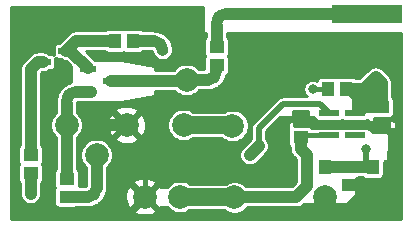
<source format=gbr>
G04 #@! TF.GenerationSoftware,KiCad,Pcbnew,5.1.5+dfsg1-2build2*
G04 #@! TF.CreationDate,2022-03-31T22:10:03+01:00*
G04 #@! TF.ProjectId,throwie,7468726f-7769-4652-9e6b-696361645f70,rev?*
G04 #@! TF.SameCoordinates,Original*
G04 #@! TF.FileFunction,Copper,L2,Bot*
G04 #@! TF.FilePolarity,Positive*
%FSLAX46Y46*%
G04 Gerber Fmt 4.6, Leading zero omitted, Abs format (unit mm)*
G04 Created by KiCad (PCBNEW 5.1.5+dfsg1-2build2) date 2022-03-31 22:10:03*
%MOMM*%
%LPD*%
G04 APERTURE LIST*
%ADD10C,1.000000*%
%ADD11R,1.800000X0.550000*%
%ADD12C,2.000000*%
%ADD13R,6.000000X1.500000*%
%ADD14R,1.100000X1.300000*%
%ADD15R,1.300000X1.100000*%
%ADD16R,1.400000X0.600000*%
%ADD17C,0.800000*%
%ADD18C,0.400000*%
%ADD19C,0.250000*%
%ADD20C,0.500000*%
%ADD21C,1.500000*%
%ADD22C,0.254000*%
G04 APERTURE END LIST*
D10*
X38354000Y-148336000D02*
X38354000Y-146558000D01*
X31242000Y-147828000D02*
X33020000Y-147828000D01*
X33020000Y-147828000D02*
G75*
G02X33782000Y-148590000I0J-762000D01*
G01*
X39116000Y-145542000D02*
X48514000Y-145542000D01*
X38354000Y-146304000D02*
G75*
G02X39116000Y-145542000I762000J0D01*
G01*
X35814000Y-151130000D02*
X37592000Y-151130000D01*
X38354000Y-150368000D02*
G75*
G02X37592000Y-151130000I-762000J0D01*
G01*
X26416000Y-152146000D02*
X27686000Y-152146000D01*
X25654000Y-153162000D02*
X25654000Y-154940000D01*
X25654000Y-152908000D02*
G75*
G02X26416000Y-152146000I762000J0D01*
G01*
X25654000Y-161036000D02*
X27432000Y-161036000D01*
X28194000Y-160274000D02*
X28194000Y-157480000D01*
X28194000Y-160274000D02*
G75*
G02X27432000Y-161036000I-762000J0D01*
G01*
D11*
X47877120Y-155834160D03*
X47877120Y-154884160D03*
X47877120Y-153934160D03*
X50077120Y-153934160D03*
X50077120Y-155834160D03*
D12*
X47513240Y-161020760D03*
D13*
X51054000Y-145542000D03*
D12*
X25654000Y-154940000D03*
X28194000Y-157480000D03*
X30734000Y-154940000D03*
D14*
X47776000Y-151892000D03*
X49276000Y-151892000D03*
D15*
X25654000Y-161012000D03*
X25654000Y-159512000D03*
D14*
X53062000Y-158496000D03*
X51562000Y-158496000D03*
X47498000Y-158496000D03*
X45998000Y-158496000D03*
D15*
X22606000Y-159004000D03*
X22606000Y-157504000D03*
D16*
X25642000Y-148656000D03*
X23622000Y-147706000D03*
X23622000Y-149606000D03*
X29452000Y-151196000D03*
X27432000Y-152146000D03*
X27432000Y-150246000D03*
D12*
X35814000Y-151130000D03*
X39703087Y-155019087D03*
X35560000Y-154940000D03*
X39861823Y-161083640D03*
X32258000Y-161036000D03*
X35258000Y-161036000D03*
D15*
X49530000Y-159996000D03*
X49530000Y-158496000D03*
D14*
X29742000Y-147828000D03*
X31242000Y-147828000D03*
D15*
X38354000Y-148360000D03*
X38354000Y-149860000D03*
X52324000Y-154940000D03*
X52324000Y-153440000D03*
X45466000Y-154456000D03*
X45466000Y-155956000D03*
D17*
X23622000Y-146558000D03*
X24638000Y-146558000D03*
X25654000Y-146558000D03*
X26670000Y-146558000D03*
X28194000Y-154940000D03*
X22606000Y-146558000D03*
X53340000Y-156996058D03*
X36576000Y-153162000D03*
X38608000Y-153162000D03*
X37592000Y-153162000D03*
X37592000Y-156718000D03*
X38608000Y-156718000D03*
X35814000Y-147574000D03*
X35814000Y-148590000D03*
X24384000Y-151384000D03*
X24384000Y-152400000D03*
X21844000Y-162560000D03*
X53340000Y-155956000D03*
X22860000Y-162560000D03*
X23876000Y-162560000D03*
X41148000Y-147574000D03*
X42164000Y-147574000D03*
X43180000Y-147574000D03*
X44196000Y-147574000D03*
X45212000Y-147574000D03*
X46228000Y-147574000D03*
X47244000Y-147574000D03*
X48260000Y-147574000D03*
X49276000Y-147574000D03*
X50292000Y-147574000D03*
X51308000Y-147574000D03*
X52324000Y-147574000D03*
X53340000Y-147574000D03*
X36576000Y-162560000D03*
X37592000Y-162560000D03*
X38608000Y-162560000D03*
X41910000Y-156718000D03*
X41148000Y-157480000D03*
X51816000Y-150876000D03*
X51816000Y-152400000D03*
X51308000Y-151638000D03*
X33782000Y-148590000D03*
X51049396Y-156977862D03*
X22606000Y-160782000D03*
X46482000Y-151892000D03*
D18*
X38354000Y-148360000D02*
X38354000Y-147410000D01*
X38354000Y-147410000D02*
X38354000Y-145542000D01*
X38354000Y-145542000D02*
X51054000Y-145542000D01*
D10*
X30734000Y-154940000D02*
X28194000Y-154940000D01*
D18*
X30734000Y-154940000D02*
X32258000Y-156464000D01*
X32258000Y-158750000D02*
X32258000Y-161036000D01*
X32258000Y-156464000D02*
X32258000Y-158750000D01*
X40132000Y-158750000D02*
X32258000Y-158750000D01*
D10*
X22606000Y-146558000D02*
X26670000Y-146558000D01*
X23622000Y-147706000D02*
X23622000Y-146558000D01*
D19*
X40132000Y-158242000D02*
X38608000Y-156718000D01*
X40132000Y-158750000D02*
X40132000Y-158242000D01*
X38608000Y-156718000D02*
X37592000Y-156718000D01*
X36576000Y-156718000D02*
X37592000Y-156718000D01*
X38608000Y-153162000D02*
X37846000Y-153162000D01*
X37846000Y-153162000D02*
X37592000Y-153162000D01*
X36576000Y-153162000D02*
X37592000Y-153162000D01*
X36176001Y-153561999D02*
X31858001Y-153561999D01*
X36576000Y-153162000D02*
X36176001Y-153561999D01*
X31858001Y-153561999D02*
X31858001Y-153815999D01*
X31858001Y-153815999D02*
X30988000Y-154686000D01*
X30988000Y-154686000D02*
X30734000Y-154940000D01*
X34798000Y-146558000D02*
X35814000Y-147574000D01*
X26670000Y-146558000D02*
X34798000Y-146558000D01*
X35814000Y-148590000D02*
X35814000Y-147574000D01*
D18*
X24021999Y-152762001D02*
X24384000Y-152400000D01*
X24021999Y-161398001D02*
X24021999Y-152762001D01*
X23622000Y-161798000D02*
X24021999Y-161398001D01*
D10*
X53062000Y-158496000D02*
X53062000Y-159536000D01*
X53062000Y-159536000D02*
X52578000Y-160020000D01*
D20*
X53086000Y-158032826D02*
X53086000Y-158496000D01*
X48260000Y-154874000D02*
X52258000Y-154874000D01*
X52258000Y-154874000D02*
X52324000Y-154940000D01*
X53062000Y-157274058D02*
X53340000Y-156996058D01*
X53062000Y-158496000D02*
X53062000Y-157274058D01*
X53340000Y-155956000D02*
X53340000Y-156996058D01*
X52324000Y-154940000D02*
X53340000Y-155956000D01*
X23622000Y-162052000D02*
X23876000Y-162306000D01*
X23622000Y-161798000D02*
X23622000Y-162052000D01*
X21844000Y-162306000D02*
X22860000Y-162306000D01*
X22860000Y-162306000D02*
X23876000Y-162306000D01*
X23876000Y-162306000D02*
X30988000Y-162306000D01*
D19*
X38608000Y-162560000D02*
X37592000Y-162560000D01*
X37592000Y-162560000D02*
X36576000Y-162560000D01*
X31496000Y-162560000D02*
X31242000Y-162306000D01*
X36576000Y-162560000D02*
X31496000Y-162560000D01*
D20*
X31242000Y-162306000D02*
X32258000Y-161036000D01*
X30988000Y-162306000D02*
X31242000Y-162306000D01*
D18*
X44416000Y-154456000D02*
X45466000Y-154456000D01*
X43688000Y-156972000D02*
X43688000Y-155184000D01*
X43688000Y-155184000D02*
X44416000Y-154456000D01*
X41910000Y-158750000D02*
X43688000Y-156972000D01*
X40132000Y-158750000D02*
X41910000Y-158750000D01*
X46760000Y-154874000D02*
X46318000Y-154432000D01*
X48060000Y-154874000D02*
X46760000Y-154874000D01*
X45490000Y-154432000D02*
X45466000Y-154456000D01*
X46318000Y-154432000D02*
X45490000Y-154432000D01*
D19*
X50801400Y-159996000D02*
X50845720Y-160040320D01*
X49530000Y-159996000D02*
X50801400Y-159996000D01*
D10*
X50845720Y-160040320D02*
X49530000Y-160020000D01*
X52578000Y-160020000D02*
X50845720Y-160040320D01*
D19*
X50845720Y-160040320D02*
X50845720Y-162199320D01*
X50845720Y-162199320D02*
X50678080Y-162366960D01*
X49016920Y-162366960D02*
X47523400Y-160873440D01*
X50678080Y-162366960D02*
X49016920Y-162366960D01*
D18*
X40352000Y-161036000D02*
X39878000Y-161036000D01*
X40674000Y-161036000D02*
X39878000Y-161036000D01*
X39878000Y-161036000D02*
X39624000Y-161036000D01*
X48260000Y-153924000D02*
X47835000Y-153924000D01*
D21*
X35258000Y-161036000D02*
X39878000Y-161036000D01*
D10*
X45998000Y-160146000D02*
X45108000Y-161036000D01*
X45998000Y-158496000D02*
X45998000Y-160146000D01*
X45108000Y-161036000D02*
X39878000Y-161036000D01*
X41148000Y-157480000D02*
X41910000Y-156718000D01*
D18*
X45598000Y-155824000D02*
X45466000Y-155956000D01*
X48060000Y-155824000D02*
X45598000Y-155824000D01*
D10*
X45974000Y-157506000D02*
X45974000Y-158496000D01*
X45466000Y-156998000D02*
X45974000Y-157506000D01*
X45466000Y-155956000D02*
X45466000Y-156998000D01*
D20*
X43942000Y-153162000D02*
X41910000Y-155194000D01*
X47073000Y-153162000D02*
X43942000Y-153162000D01*
X47835000Y-153924000D02*
X47073000Y-153162000D01*
X41910000Y-156718000D02*
X41910000Y-155194000D01*
X50060000Y-153924000D02*
X50060000Y-152676000D01*
X50060000Y-152676000D02*
X49276000Y-151892000D01*
X51174000Y-153440000D02*
X50690000Y-153924000D01*
X52324000Y-153440000D02*
X51174000Y-153440000D01*
X50690000Y-153924000D02*
X50038000Y-153924000D01*
D10*
X50546000Y-152400000D02*
X50038000Y-151892000D01*
X50546000Y-153312000D02*
X50546000Y-152400000D01*
X50038000Y-151892000D02*
X49276000Y-151892000D01*
X50674000Y-153440000D02*
X50546000Y-153312000D01*
X50546000Y-153312000D02*
X50546000Y-153162000D01*
X52324000Y-153440000D02*
X50674000Y-153440000D01*
X50546000Y-153162000D02*
X50674000Y-153440000D01*
X52324000Y-153440000D02*
X50546000Y-153162000D01*
X49276000Y-151892000D02*
X51562000Y-151892000D01*
X51562000Y-151892000D02*
X51562000Y-152654000D01*
X51562000Y-152654000D02*
X52324000Y-153416000D01*
X49276000Y-151892000D02*
X52324000Y-151892000D01*
X52324000Y-151892000D02*
X52324000Y-153416000D01*
X52324000Y-153440000D02*
X52094000Y-153440000D01*
X51054000Y-152400000D02*
X50546000Y-152400000D01*
X52094000Y-153440000D02*
X51054000Y-152400000D01*
X52324000Y-151384000D02*
X52324000Y-151892000D01*
X51816000Y-150876000D02*
X52324000Y-151384000D01*
X50800000Y-151892000D02*
X51816000Y-150876000D01*
X49276000Y-151892000D02*
X50800000Y-151892000D01*
X29452000Y-151196000D02*
X35748000Y-151196000D01*
X35748000Y-151196000D02*
X35814000Y-151130000D01*
D18*
X35814000Y-150876000D02*
X35814000Y-151130000D01*
D19*
X35814000Y-151130000D02*
X37846000Y-151130000D01*
X37846000Y-151130000D02*
X38354000Y-150622000D01*
X38354000Y-150622000D02*
X38354000Y-149860000D01*
X38354000Y-149860000D02*
X38354000Y-150114000D01*
D10*
X25642000Y-148656000D02*
X25974000Y-148656000D01*
X25974000Y-148656000D02*
X27432000Y-150114000D01*
X29742000Y-147828000D02*
X26416000Y-147828000D01*
X26416000Y-147828000D02*
X25654000Y-148590000D01*
X35639087Y-155019087D02*
X35560000Y-154940000D01*
D19*
X25654000Y-161012000D02*
X27710000Y-161012000D01*
X27710000Y-161012000D02*
X28194000Y-160528000D01*
X28194000Y-160528000D02*
X28194000Y-157480000D01*
X33782000Y-148336000D02*
X33782000Y-148590000D01*
X33274000Y-147828000D02*
X33782000Y-148336000D01*
X31242000Y-147828000D02*
X33274000Y-147828000D01*
D21*
X35560000Y-154940000D02*
X39624000Y-154940000D01*
D18*
X51043534Y-156972000D02*
X51049396Y-156977862D01*
D10*
X47498000Y-158496000D02*
X49530000Y-158496000D01*
X49530000Y-158496000D02*
X51562000Y-158496000D01*
D20*
X51049396Y-158237396D02*
X51308000Y-158496000D01*
X51049396Y-156977862D02*
X51049396Y-158237396D01*
X51562000Y-158496000D02*
X51308000Y-158496000D01*
D10*
X25654000Y-159512000D02*
X25654000Y-154940000D01*
X25654000Y-154940000D02*
X25654000Y-154686000D01*
D19*
X27432000Y-152146000D02*
X26162000Y-152146000D01*
X26162000Y-152146000D02*
X25654000Y-152654000D01*
X25654000Y-152654000D02*
X25654000Y-154940000D01*
D10*
X23222000Y-149606000D02*
X22606000Y-150222000D01*
X23622000Y-149606000D02*
X23222000Y-149606000D01*
X22606000Y-150222000D02*
X22606000Y-157480000D01*
D18*
X22606000Y-159004000D02*
X22606000Y-159954000D01*
X22606000Y-159954000D02*
X22606000Y-160782000D01*
D10*
X22606000Y-160782000D02*
X22606000Y-159004000D01*
D18*
X47498000Y-151638000D02*
X47752000Y-151892000D01*
X47776000Y-151892000D02*
X46482000Y-151892000D01*
D22*
G36*
X37211000Y-147066000D02*
G01*
X37213440Y-147090776D01*
X37220667Y-147114601D01*
X37232403Y-147136557D01*
X37248197Y-147155803D01*
X37267443Y-147171597D01*
X37289399Y-147183333D01*
X37313224Y-147190560D01*
X37338000Y-147193000D01*
X37473000Y-147193000D01*
X37473000Y-147506699D01*
X37433289Y-147539289D01*
X37385678Y-147597304D01*
X37350299Y-147663492D01*
X37328513Y-147735311D01*
X37321157Y-147810000D01*
X37321157Y-148910000D01*
X37328513Y-148984689D01*
X37350299Y-149056508D01*
X37378892Y-149110000D01*
X37350299Y-149163492D01*
X37328513Y-149235311D01*
X37321157Y-149310000D01*
X37321157Y-150249000D01*
X36886029Y-150249000D01*
X36694336Y-150057307D01*
X36468149Y-149906174D01*
X36216823Y-149802071D01*
X35950017Y-149749000D01*
X35677983Y-149749000D01*
X35411177Y-149802071D01*
X35159851Y-149906174D01*
X34933664Y-150057307D01*
X34741307Y-150249664D01*
X34697651Y-150315000D01*
X33147000Y-150315000D01*
X33147000Y-150114000D01*
X33144134Y-150087172D01*
X33136515Y-150063470D01*
X33124418Y-150041710D01*
X33108309Y-150022728D01*
X33088806Y-150007254D01*
X33066659Y-149995882D01*
X33042718Y-149989049D01*
X30248718Y-149481049D01*
X30226000Y-149479000D01*
X28042922Y-149479000D01*
X27272921Y-148709000D01*
X28888699Y-148709000D01*
X28921289Y-148748711D01*
X28979304Y-148796322D01*
X29045492Y-148831701D01*
X29117311Y-148853487D01*
X29192000Y-148860843D01*
X30292000Y-148860843D01*
X30366689Y-148853487D01*
X30438508Y-148831701D01*
X30492000Y-148803108D01*
X30545492Y-148831701D01*
X30617311Y-148853487D01*
X30692000Y-148860843D01*
X31792000Y-148860843D01*
X31866689Y-148853487D01*
X31938508Y-148831701D01*
X32004696Y-148796322D01*
X32062711Y-148748711D01*
X32095301Y-148709000D01*
X32912423Y-148709000D01*
X32913138Y-148712482D01*
X32918396Y-148764205D01*
X32934698Y-148817511D01*
X32940381Y-148845198D01*
X32950596Y-148869498D01*
X32968679Y-148928630D01*
X33000011Y-148987054D01*
X33007011Y-149003705D01*
X33016433Y-149017674D01*
X33049942Y-149080156D01*
X33098186Y-149138880D01*
X33103158Y-149146251D01*
X33109043Y-149152095D01*
X33159089Y-149213012D01*
X33224403Y-149266652D01*
X33225163Y-149267407D01*
X33225996Y-149267960D01*
X33291963Y-149322137D01*
X33443502Y-149403375D01*
X33607933Y-149453633D01*
X33778996Y-149470995D01*
X33950173Y-149454800D01*
X34114943Y-149405665D01*
X34267033Y-149325461D01*
X34338322Y-149267723D01*
X34338799Y-149267406D01*
X34339178Y-149267030D01*
X34400647Y-149217245D01*
X34454926Y-149152087D01*
X34460803Y-149146251D01*
X34465123Y-149139847D01*
X34510698Y-149085137D01*
X34547236Y-149018108D01*
X34556951Y-149003705D01*
X34563231Y-148988765D01*
X34592992Y-148934169D01*
X34612921Y-148870557D01*
X34623581Y-148845199D01*
X34628740Y-148820065D01*
X34644397Y-148770091D01*
X34650455Y-148714279D01*
X34658155Y-148676770D01*
X34658404Y-148641050D01*
X34662952Y-148599155D01*
X34662994Y-148586854D01*
X34662975Y-148581534D01*
X34659087Y-148543286D01*
X34659355Y-148504833D01*
X34658155Y-148492591D01*
X34642610Y-148344690D01*
X34626559Y-148266499D01*
X34611593Y-148188041D01*
X34608038Y-148176265D01*
X34564062Y-148034198D01*
X34533110Y-147960567D01*
X34503205Y-147886549D01*
X34497430Y-147875688D01*
X34426697Y-147744870D01*
X34382042Y-147678667D01*
X34338322Y-147611856D01*
X34330548Y-147602323D01*
X34235752Y-147487734D01*
X34179088Y-147431465D01*
X34123226Y-147374421D01*
X34113748Y-147366580D01*
X33998501Y-147272587D01*
X33932006Y-147228409D01*
X33866111Y-147183289D01*
X33855290Y-147177438D01*
X33723982Y-147107620D01*
X33650172Y-147077198D01*
X33576765Y-147045736D01*
X33565014Y-147042098D01*
X33422645Y-146999114D01*
X33344294Y-146983600D01*
X33266210Y-146967003D01*
X33253981Y-146965717D01*
X33253977Y-146965717D01*
X33105969Y-146951205D01*
X33105967Y-146951205D01*
X33063273Y-146947000D01*
X32095301Y-146947000D01*
X32062711Y-146907289D01*
X32004696Y-146859678D01*
X31938508Y-146824299D01*
X31866689Y-146802513D01*
X31792000Y-146795157D01*
X30692000Y-146795157D01*
X30617311Y-146802513D01*
X30545492Y-146824299D01*
X30492000Y-146852892D01*
X30438508Y-146824299D01*
X30366689Y-146802513D01*
X30292000Y-146795157D01*
X29192000Y-146795157D01*
X29117311Y-146802513D01*
X29045492Y-146824299D01*
X28979304Y-146859678D01*
X28921289Y-146907289D01*
X28888699Y-146947000D01*
X26459270Y-146947000D01*
X26416000Y-146942738D01*
X26372730Y-146947000D01*
X26372727Y-146947000D01*
X26243294Y-146959748D01*
X26106815Y-147001149D01*
X26077225Y-147010125D01*
X25924174Y-147091932D01*
X25856022Y-147147863D01*
X25790025Y-147202025D01*
X25762438Y-147235640D01*
X25024922Y-147973157D01*
X24942000Y-147973157D01*
X24867311Y-147980513D01*
X24795492Y-148002299D01*
X24729304Y-148037678D01*
X24671289Y-148085289D01*
X24623678Y-148143304D01*
X24588299Y-148209492D01*
X24566513Y-148281311D01*
X24559157Y-148356000D01*
X24559157Y-148956000D01*
X24564702Y-149012303D01*
X24534696Y-148987678D01*
X24468508Y-148952299D01*
X24396689Y-148930513D01*
X24322000Y-148923157D01*
X24178680Y-148923157D01*
X24113825Y-148869932D01*
X23960775Y-148788125D01*
X23794706Y-148737748D01*
X23665273Y-148725000D01*
X23265270Y-148725000D01*
X23222000Y-148720738D01*
X23178730Y-148725000D01*
X23178727Y-148725000D01*
X23049294Y-148737748D01*
X22894928Y-148784575D01*
X22883225Y-148788125D01*
X22730175Y-148869932D01*
X22629637Y-148952440D01*
X22629634Y-148952443D01*
X22596025Y-148980025D01*
X22568443Y-149013635D01*
X22013644Y-149568435D01*
X21980025Y-149596025D01*
X21907021Y-149684983D01*
X21869932Y-149730175D01*
X21845853Y-149775224D01*
X21788125Y-149883226D01*
X21737748Y-150049295D01*
X21727379Y-150154572D01*
X21720738Y-150222000D01*
X21725000Y-150265270D01*
X21725001Y-156650699D01*
X21685289Y-156683289D01*
X21637678Y-156741304D01*
X21602299Y-156807492D01*
X21580513Y-156879311D01*
X21573157Y-156954000D01*
X21573157Y-158054000D01*
X21580513Y-158128689D01*
X21602299Y-158200508D01*
X21630892Y-158254000D01*
X21602299Y-158307492D01*
X21580513Y-158379311D01*
X21573157Y-158454000D01*
X21573157Y-159554000D01*
X21580513Y-159628689D01*
X21602299Y-159700508D01*
X21637678Y-159766696D01*
X21685289Y-159824711D01*
X21725001Y-159857301D01*
X21725000Y-160825272D01*
X21737748Y-160954705D01*
X21788125Y-161120774D01*
X21869932Y-161273824D01*
X21980025Y-161407975D01*
X22114175Y-161518068D01*
X22267225Y-161599875D01*
X22433294Y-161650252D01*
X22606000Y-161667262D01*
X22778705Y-161650252D01*
X22944774Y-161599875D01*
X23097824Y-161518068D01*
X23231975Y-161407975D01*
X23342068Y-161273825D01*
X23423875Y-161120775D01*
X23474252Y-160954706D01*
X23487000Y-160825273D01*
X23487000Y-159857301D01*
X23526711Y-159824711D01*
X23574322Y-159766696D01*
X23609701Y-159700508D01*
X23631487Y-159628689D01*
X23638843Y-159554000D01*
X23638843Y-158454000D01*
X23631487Y-158379311D01*
X23609701Y-158307492D01*
X23581108Y-158254000D01*
X23609701Y-158200508D01*
X23631487Y-158128689D01*
X23638843Y-158054000D01*
X23638843Y-156954000D01*
X23631487Y-156879311D01*
X23609701Y-156807492D01*
X23574322Y-156741304D01*
X23526711Y-156683289D01*
X23487000Y-156650699D01*
X23487000Y-150586922D01*
X23586922Y-150487000D01*
X23665273Y-150487000D01*
X23794706Y-150474252D01*
X23960775Y-150423875D01*
X24113825Y-150342068D01*
X24178680Y-150288843D01*
X24322000Y-150288843D01*
X24396689Y-150281487D01*
X24468508Y-150259701D01*
X24534696Y-150224322D01*
X24592711Y-150176711D01*
X24640322Y-150118696D01*
X24675701Y-150052508D01*
X24697487Y-149980689D01*
X24704843Y-149906000D01*
X24704843Y-149306000D01*
X24699298Y-149249697D01*
X24729304Y-149274322D01*
X24795492Y-149309701D01*
X24867311Y-149331487D01*
X24942000Y-149338843D01*
X25085320Y-149338843D01*
X25150175Y-149392068D01*
X25303225Y-149473875D01*
X25469294Y-149524252D01*
X25598727Y-149537000D01*
X25609079Y-149537000D01*
X26035000Y-149962921D01*
X26035000Y-151312409D01*
X26014041Y-151316407D01*
X26002265Y-151319962D01*
X25860198Y-151363938D01*
X25786567Y-151394890D01*
X25712549Y-151424795D01*
X25701688Y-151430570D01*
X25570870Y-151501303D01*
X25504667Y-151545958D01*
X25437856Y-151589678D01*
X25428323Y-151597452D01*
X25313734Y-151692248D01*
X25257465Y-151748912D01*
X25200421Y-151804774D01*
X25192580Y-151814252D01*
X25098587Y-151929499D01*
X25054409Y-151995994D01*
X25009289Y-152061889D01*
X25003438Y-152072710D01*
X24933620Y-152204018D01*
X24903198Y-152277828D01*
X24871736Y-152351235D01*
X24868098Y-152362986D01*
X24825114Y-152505355D01*
X24809600Y-152583706D01*
X24793003Y-152661790D01*
X24791717Y-152674023D01*
X24777205Y-152822031D01*
X24777205Y-152993971D01*
X24782603Y-153021231D01*
X24773000Y-153118728D01*
X24773000Y-153867971D01*
X24581307Y-154059664D01*
X24430174Y-154285851D01*
X24326071Y-154537177D01*
X24273000Y-154803983D01*
X24273000Y-155076017D01*
X24326071Y-155342823D01*
X24430174Y-155594149D01*
X24581307Y-155820336D01*
X24773001Y-156012030D01*
X24773000Y-158658699D01*
X24733289Y-158691289D01*
X24685678Y-158749304D01*
X24650299Y-158815492D01*
X24628513Y-158887311D01*
X24621157Y-158962000D01*
X24621157Y-160062000D01*
X24628513Y-160136689D01*
X24650299Y-160208508D01*
X24678892Y-160262000D01*
X24650299Y-160315492D01*
X24628513Y-160387311D01*
X24621157Y-160462000D01*
X24621157Y-161562000D01*
X24628513Y-161636689D01*
X24650299Y-161708508D01*
X24685678Y-161774696D01*
X24733289Y-161832711D01*
X24791304Y-161880322D01*
X24857492Y-161915701D01*
X24929311Y-161937487D01*
X25004000Y-161944843D01*
X26304000Y-161944843D01*
X26378689Y-161937487D01*
X26446226Y-161917000D01*
X27475273Y-161917000D01*
X27512605Y-161913323D01*
X27517167Y-161913355D01*
X27529409Y-161912155D01*
X27603047Y-161904415D01*
X27604706Y-161904252D01*
X27604761Y-161904235D01*
X27677311Y-161896610D01*
X27755541Y-161880551D01*
X27833959Y-161865593D01*
X27845736Y-161862038D01*
X27987802Y-161818061D01*
X28061397Y-161787125D01*
X28135450Y-161757205D01*
X28146312Y-161751430D01*
X28277130Y-161680698D01*
X28343342Y-161636037D01*
X28410145Y-161592322D01*
X28419678Y-161584548D01*
X28534266Y-161489751D01*
X28590534Y-161433088D01*
X28647578Y-161377226D01*
X28655420Y-161367748D01*
X28749412Y-161252502D01*
X28793585Y-161186015D01*
X28838711Y-161120111D01*
X28844562Y-161109290D01*
X28850248Y-161098595D01*
X30616282Y-161098595D01*
X30660039Y-161417675D01*
X30765205Y-161722088D01*
X30858186Y-161896044D01*
X31122587Y-161991808D01*
X32078395Y-161036000D01*
X32437605Y-161036000D01*
X33393413Y-161991808D01*
X33657814Y-161896044D01*
X33666615Y-161877952D01*
X34171126Y-161895112D01*
X34185307Y-161916336D01*
X34377664Y-162108693D01*
X34603851Y-162259826D01*
X34855177Y-162363929D01*
X35121983Y-162417000D01*
X35394017Y-162417000D01*
X35660823Y-162363929D01*
X35912149Y-162259826D01*
X36051073Y-162167000D01*
X38997451Y-162167000D01*
X39207674Y-162307466D01*
X39459000Y-162411569D01*
X39725806Y-162464640D01*
X39997840Y-162464640D01*
X40264646Y-162411569D01*
X40515972Y-162307466D01*
X40742159Y-162156333D01*
X40934516Y-161963976D01*
X40965904Y-161917000D01*
X45064730Y-161917000D01*
X45108000Y-161921262D01*
X45151270Y-161917000D01*
X45151273Y-161917000D01*
X45280706Y-161904252D01*
X45446775Y-161853875D01*
X45599825Y-161772068D01*
X45722978Y-161671000D01*
X49276000Y-161671000D01*
X49300776Y-161668560D01*
X49324601Y-161661333D01*
X49346557Y-161649597D01*
X49365803Y-161633803D01*
X50127803Y-160871803D01*
X50143597Y-160852557D01*
X50155333Y-160830601D01*
X50162560Y-160806776D01*
X50165000Y-160782000D01*
X50165000Y-159428843D01*
X50180000Y-159428843D01*
X50254689Y-159421487D01*
X50326508Y-159399701D01*
X50368978Y-159377000D01*
X50708699Y-159377000D01*
X50741289Y-159416711D01*
X50799304Y-159464322D01*
X50865492Y-159499701D01*
X50937311Y-159521487D01*
X51012000Y-159528843D01*
X52112000Y-159528843D01*
X52186689Y-159521487D01*
X52258508Y-159499701D01*
X52324696Y-159464322D01*
X52382711Y-159416711D01*
X52430322Y-159358696D01*
X52465701Y-159292508D01*
X52487487Y-159220689D01*
X52494843Y-159146000D01*
X52494843Y-158115000D01*
X52832000Y-158115000D01*
X52856776Y-158112560D01*
X52880601Y-158105333D01*
X52902557Y-158093597D01*
X52921803Y-158077803D01*
X52937597Y-158058557D01*
X52949333Y-158036601D01*
X52956560Y-158012776D01*
X52959000Y-157988000D01*
X52959000Y-155702000D01*
X52956560Y-155677224D01*
X52949333Y-155653399D01*
X52937597Y-155631443D01*
X52921803Y-155612197D01*
X52902557Y-155596403D01*
X52880601Y-155584667D01*
X52856776Y-155577440D01*
X52832000Y-155575000D01*
X51614606Y-155575000D01*
X51397803Y-155358197D01*
X51378557Y-155342403D01*
X51356601Y-155330667D01*
X51332776Y-155323440D01*
X51308000Y-155321000D01*
X51274545Y-155321000D01*
X51247831Y-155288449D01*
X51189816Y-155240838D01*
X51123628Y-155205459D01*
X51051809Y-155183673D01*
X50977120Y-155176317D01*
X49177120Y-155176317D01*
X49102431Y-155183673D01*
X49030612Y-155205459D01*
X48977120Y-155234052D01*
X48923628Y-155205459D01*
X48851809Y-155183673D01*
X48777120Y-155176317D01*
X46977120Y-155176317D01*
X46902431Y-155183673D01*
X46830612Y-155205459D01*
X46764424Y-155240838D01*
X46761790Y-155243000D01*
X46460886Y-155243000D01*
X46434322Y-155193304D01*
X46386711Y-155135289D01*
X46328696Y-155087678D01*
X46262508Y-155052299D01*
X46190689Y-155030513D01*
X46116000Y-155023157D01*
X44874725Y-155023157D01*
X44871631Y-154760703D01*
X44868366Y-154733550D01*
X44860399Y-154709963D01*
X44847984Y-154688383D01*
X44845901Y-154686000D01*
X52959000Y-154686000D01*
X52959000Y-155138120D01*
X52960625Y-155158370D01*
X52966984Y-155182441D01*
X52977918Y-155204808D01*
X52993005Y-155224612D01*
X53011665Y-155241093D01*
X53033183Y-155253616D01*
X53056730Y-155261701D01*
X53081402Y-155265037D01*
X53431922Y-155277737D01*
X53461296Y-155275380D01*
X53485121Y-155268153D01*
X53507077Y-155256417D01*
X53526323Y-155240623D01*
X53542117Y-155221377D01*
X53553853Y-155199421D01*
X53561080Y-155175596D01*
X53563520Y-155150820D01*
X53563520Y-154698700D01*
X53561895Y-154678450D01*
X53555536Y-154654379D01*
X53544602Y-154632012D01*
X53529515Y-154612208D01*
X53510855Y-154595727D01*
X53489337Y-154583204D01*
X53465790Y-154575119D01*
X53441118Y-154571783D01*
X53090598Y-154559083D01*
X53061224Y-154561440D01*
X53037399Y-154568667D01*
X53015443Y-154580403D01*
X52996197Y-154596197D01*
X52980403Y-154615443D01*
X52968667Y-154637399D01*
X52961440Y-154661224D01*
X52959000Y-154686000D01*
X44845901Y-154686000D01*
X44831597Y-154669640D01*
X44811869Y-154654454D01*
X44789557Y-154643408D01*
X44765519Y-154636928D01*
X44735039Y-154631848D01*
X44703252Y-154630589D01*
X44555932Y-154643289D01*
X44542553Y-154645164D01*
X44518701Y-154652297D01*
X44496698Y-154663947D01*
X44477391Y-154679665D01*
X44461521Y-154698848D01*
X44449699Y-154720759D01*
X44442379Y-154744554D01*
X44439841Y-154769321D01*
X44437513Y-155361770D01*
X44433157Y-155406000D01*
X44433157Y-156506000D01*
X44440513Y-156580689D01*
X44462299Y-156652508D01*
X44497678Y-156718696D01*
X44545289Y-156776711D01*
X44585001Y-156809301D01*
X44585001Y-156954720D01*
X44580738Y-156998000D01*
X44592801Y-157120473D01*
X44597749Y-157170706D01*
X44608356Y-157205671D01*
X44648125Y-157336774D01*
X44729932Y-157489825D01*
X44790114Y-157563157D01*
X44840026Y-157623975D01*
X44873640Y-157651561D01*
X45065419Y-157843340D01*
X45065157Y-157846000D01*
X45065157Y-159146000D01*
X45072513Y-159220689D01*
X45094299Y-159292508D01*
X45117001Y-159334979D01*
X45117001Y-159781078D01*
X44743079Y-160155000D01*
X40886212Y-160155000D01*
X40742159Y-160010947D01*
X40515972Y-159859814D01*
X40264646Y-159755711D01*
X39997840Y-159702640D01*
X39725806Y-159702640D01*
X39459000Y-159755711D01*
X39207674Y-159859814D01*
X39140048Y-159905000D01*
X36051073Y-159905000D01*
X35912149Y-159812174D01*
X35660823Y-159708071D01*
X35394017Y-159655000D01*
X35121983Y-159655000D01*
X34855177Y-159708071D01*
X34603851Y-159812174D01*
X34377664Y-159963307D01*
X34185307Y-160155664D01*
X34165023Y-160186021D01*
X33659414Y-160178950D01*
X33657814Y-160175956D01*
X33393413Y-160080192D01*
X32437605Y-161036000D01*
X32078395Y-161036000D01*
X31122587Y-160080192D01*
X30858186Y-160175956D01*
X30717296Y-160465571D01*
X30635616Y-160777108D01*
X30616282Y-161098595D01*
X28850248Y-161098595D01*
X28914380Y-160977982D01*
X28944815Y-160904141D01*
X28976264Y-160830766D01*
X28979902Y-160819014D01*
X29022886Y-160676646D01*
X29038390Y-160598342D01*
X29054998Y-160520210D01*
X29056283Y-160507976D01*
X29070795Y-160359969D01*
X29070795Y-160359967D01*
X29075000Y-160317273D01*
X29075000Y-159900587D01*
X31302192Y-159900587D01*
X32258000Y-160856395D01*
X33213808Y-159900587D01*
X33118044Y-159636186D01*
X32828429Y-159495296D01*
X32516892Y-159413616D01*
X32195405Y-159394282D01*
X31876325Y-159438039D01*
X31571912Y-159543205D01*
X31397956Y-159636186D01*
X31302192Y-159900587D01*
X29075000Y-159900587D01*
X29075000Y-158552029D01*
X29266693Y-158360336D01*
X29417826Y-158134149D01*
X29521929Y-157882823D01*
X29575000Y-157616017D01*
X29575000Y-157480000D01*
X40262738Y-157480000D01*
X40279749Y-157652705D01*
X40330125Y-157818774D01*
X40411932Y-157971825D01*
X40522026Y-158105974D01*
X40656175Y-158216068D01*
X40809226Y-158297875D01*
X40975295Y-158348251D01*
X41148000Y-158365262D01*
X41320705Y-158348251D01*
X41486774Y-158297875D01*
X41639825Y-158216068D01*
X41740362Y-158133559D01*
X42563559Y-157310363D01*
X42646068Y-157209826D01*
X42727875Y-157056775D01*
X42778251Y-156890706D01*
X42795262Y-156718000D01*
X42778251Y-156545294D01*
X42727875Y-156379225D01*
X42646068Y-156226175D01*
X42541000Y-156098150D01*
X42541000Y-155455368D01*
X43731256Y-154265113D01*
X44727555Y-154279587D01*
X44754176Y-154277160D01*
X44778001Y-154269933D01*
X44799957Y-154258197D01*
X44819203Y-154242403D01*
X44834997Y-154223157D01*
X44846733Y-154201201D01*
X44853960Y-154177376D01*
X44856400Y-154152600D01*
X44856400Y-153945365D01*
X44858898Y-153793000D01*
X46111319Y-153793000D01*
X46109369Y-153798764D01*
X46106144Y-153823450D01*
X46095984Y-154143490D01*
X46098360Y-154172296D01*
X46105587Y-154196121D01*
X46117323Y-154218077D01*
X46133117Y-154237323D01*
X46152363Y-154253117D01*
X46174319Y-154264853D01*
X46198144Y-154272080D01*
X46222920Y-154274520D01*
X46600714Y-154274520D01*
X46601633Y-154283849D01*
X46623419Y-154355668D01*
X46658798Y-154421856D01*
X46706409Y-154479871D01*
X46764424Y-154527482D01*
X46830612Y-154562861D01*
X46902431Y-154584647D01*
X46977120Y-154592003D01*
X48777120Y-154592003D01*
X48851809Y-154584647D01*
X48923628Y-154562861D01*
X48977120Y-154534268D01*
X49030612Y-154562861D01*
X49102431Y-154584647D01*
X49177120Y-154592003D01*
X50977120Y-154592003D01*
X51051809Y-154584647D01*
X51123628Y-154562861D01*
X51141668Y-154553218D01*
X51142800Y-154568536D01*
X51150027Y-154592361D01*
X51161763Y-154614317D01*
X51177557Y-154633563D01*
X51196803Y-154649357D01*
X51218759Y-154661093D01*
X51242584Y-154668320D01*
X51267360Y-154670760D01*
X51567080Y-154670760D01*
X51591856Y-154668320D01*
X51615681Y-154661093D01*
X51637637Y-154649357D01*
X51656883Y-154633563D01*
X51672677Y-154614317D01*
X51684413Y-154592361D01*
X51691640Y-154568536D01*
X51694080Y-154543760D01*
X51694080Y-154372843D01*
X52974000Y-154372843D01*
X53048689Y-154365487D01*
X53120508Y-154343701D01*
X53186696Y-154308322D01*
X53244711Y-154260711D01*
X53292322Y-154202696D01*
X53327701Y-154136508D01*
X53349487Y-154064689D01*
X53356843Y-153990000D01*
X53356843Y-152890000D01*
X53349487Y-152815311D01*
X53327701Y-152743492D01*
X53292322Y-152677304D01*
X53244711Y-152619289D01*
X53205000Y-152586699D01*
X53205000Y-151935273D01*
X53209262Y-151892000D01*
X53205000Y-151848727D01*
X53205000Y-151427262D01*
X53209261Y-151383999D01*
X53205000Y-151340736D01*
X53205000Y-151340727D01*
X53192252Y-151211294D01*
X53141875Y-151045225D01*
X53095289Y-150958068D01*
X53060068Y-150892174D01*
X53025512Y-150850068D01*
X52949975Y-150758025D01*
X52916356Y-150730435D01*
X52469558Y-150283637D01*
X52441974Y-150250026D01*
X52407825Y-150222000D01*
X52307825Y-150139932D01*
X52154774Y-150058125D01*
X51988705Y-150007749D01*
X51816000Y-149990738D01*
X51643294Y-150007749D01*
X51477225Y-150058125D01*
X51324174Y-150139932D01*
X51223637Y-150222441D01*
X51223632Y-150222446D01*
X51190026Y-150250026D01*
X51162446Y-150283632D01*
X50435079Y-151011000D01*
X50129301Y-151011000D01*
X50096711Y-150971289D01*
X50038696Y-150923678D01*
X49972508Y-150888299D01*
X49900689Y-150866513D01*
X49826000Y-150859157D01*
X48726000Y-150859157D01*
X48651311Y-150866513D01*
X48579492Y-150888299D01*
X48526000Y-150916892D01*
X48472508Y-150888299D01*
X48400689Y-150866513D01*
X48326000Y-150859157D01*
X47226000Y-150859157D01*
X47151311Y-150866513D01*
X47079492Y-150888299D01*
X47013304Y-150923678D01*
X46955289Y-150971289D01*
X46907678Y-151029304D01*
X46872299Y-151095492D01*
X46850513Y-151167311D01*
X46847486Y-151198041D01*
X46709809Y-151141013D01*
X46558922Y-151111000D01*
X46405078Y-151111000D01*
X46254191Y-151141013D01*
X46112058Y-151199887D01*
X45984141Y-151285358D01*
X45875358Y-151394141D01*
X45789887Y-151522058D01*
X45731013Y-151664191D01*
X45701000Y-151815078D01*
X45701000Y-151968922D01*
X45731013Y-152119809D01*
X45789887Y-152261942D01*
X45875358Y-152389859D01*
X45984141Y-152498642D01*
X46032568Y-152531000D01*
X43972990Y-152531000D01*
X43942000Y-152527948D01*
X43911009Y-152531000D01*
X43911002Y-152531000D01*
X43818302Y-152540130D01*
X43699358Y-152576211D01*
X43589739Y-152634804D01*
X43522632Y-152689878D01*
X43493657Y-152713657D01*
X43473899Y-152737732D01*
X41485733Y-154725899D01*
X41461658Y-154745657D01*
X41441900Y-154769732D01*
X41441897Y-154769735D01*
X41382804Y-154841740D01*
X41324211Y-154951359D01*
X41288130Y-155070303D01*
X41275948Y-155194000D01*
X41279001Y-155225000D01*
X41279000Y-156103078D01*
X40494441Y-156887638D01*
X40411932Y-156988175D01*
X40330125Y-157141226D01*
X40279749Y-157307295D01*
X40262738Y-157480000D01*
X29575000Y-157480000D01*
X29575000Y-157343983D01*
X29521929Y-157077177D01*
X29417826Y-156825851D01*
X29266693Y-156599664D01*
X29074336Y-156407307D01*
X28848149Y-156256174D01*
X28596823Y-156152071D01*
X28330017Y-156099000D01*
X28057983Y-156099000D01*
X27791177Y-156152071D01*
X27539851Y-156256174D01*
X27313664Y-156407307D01*
X27121307Y-156599664D01*
X26970174Y-156825851D01*
X26866071Y-157077177D01*
X26813000Y-157343983D01*
X26813000Y-157616017D01*
X26866071Y-157882823D01*
X26970174Y-158134149D01*
X27121307Y-158360336D01*
X27313001Y-158552030D01*
X27313000Y-160155000D01*
X26673932Y-160155000D01*
X26679487Y-160136689D01*
X26686843Y-160062000D01*
X26686843Y-158962000D01*
X26679487Y-158887311D01*
X26657701Y-158815492D01*
X26622322Y-158749304D01*
X26574711Y-158691289D01*
X26535000Y-158658699D01*
X26535000Y-156075413D01*
X29778192Y-156075413D01*
X29873956Y-156339814D01*
X30163571Y-156480704D01*
X30475108Y-156562384D01*
X30796595Y-156581718D01*
X31115675Y-156537961D01*
X31420088Y-156432795D01*
X31594044Y-156339814D01*
X31689808Y-156075413D01*
X30734000Y-155119605D01*
X29778192Y-156075413D01*
X26535000Y-156075413D01*
X26535000Y-156012029D01*
X26726693Y-155820336D01*
X26877826Y-155594149D01*
X26981929Y-155342823D01*
X27035000Y-155076017D01*
X27035000Y-155002595D01*
X29092282Y-155002595D01*
X29136039Y-155321675D01*
X29241205Y-155626088D01*
X29334186Y-155800044D01*
X29598587Y-155895808D01*
X30554395Y-154940000D01*
X30913605Y-154940000D01*
X31869413Y-155895808D01*
X32133814Y-155800044D01*
X32274704Y-155510429D01*
X32356384Y-155198892D01*
X32375718Y-154877405D01*
X32365650Y-154803983D01*
X34179000Y-154803983D01*
X34179000Y-155076017D01*
X34232071Y-155342823D01*
X34336174Y-155594149D01*
X34487307Y-155820336D01*
X34679664Y-156012693D01*
X34905851Y-156163826D01*
X35157177Y-156267929D01*
X35423983Y-156321000D01*
X35696017Y-156321000D01*
X35962823Y-156267929D01*
X36214149Y-156163826D01*
X36353073Y-156071000D01*
X38801971Y-156071000D01*
X38822751Y-156091780D01*
X39048938Y-156242913D01*
X39300264Y-156347016D01*
X39567070Y-156400087D01*
X39839104Y-156400087D01*
X40105910Y-156347016D01*
X40357236Y-156242913D01*
X40583423Y-156091780D01*
X40775780Y-155899423D01*
X40926913Y-155673236D01*
X41031016Y-155421910D01*
X41084087Y-155155104D01*
X41084087Y-154883070D01*
X41031016Y-154616264D01*
X40926913Y-154364938D01*
X40775780Y-154138751D01*
X40583423Y-153946394D01*
X40357236Y-153795261D01*
X40105910Y-153691158D01*
X39839104Y-153638087D01*
X39567070Y-153638087D01*
X39300264Y-153691158D01*
X39048938Y-153795261D01*
X39028376Y-153809000D01*
X36353073Y-153809000D01*
X36214149Y-153716174D01*
X35962823Y-153612071D01*
X35696017Y-153559000D01*
X35423983Y-153559000D01*
X35157177Y-153612071D01*
X34905851Y-153716174D01*
X34679664Y-153867307D01*
X34487307Y-154059664D01*
X34336174Y-154285851D01*
X34232071Y-154537177D01*
X34179000Y-154803983D01*
X32365650Y-154803983D01*
X32331961Y-154558325D01*
X32226795Y-154253912D01*
X32133814Y-154079956D01*
X31869413Y-153984192D01*
X30913605Y-154940000D01*
X30554395Y-154940000D01*
X29598587Y-153984192D01*
X29334186Y-154079956D01*
X29193296Y-154369571D01*
X29111616Y-154681108D01*
X29092282Y-155002595D01*
X27035000Y-155002595D01*
X27035000Y-154803983D01*
X26981929Y-154537177D01*
X26877826Y-154285851D01*
X26726693Y-154059664D01*
X26535000Y-153867971D01*
X26535000Y-153804587D01*
X29778192Y-153804587D01*
X30734000Y-154760395D01*
X31689808Y-153804587D01*
X31594044Y-153540186D01*
X31304429Y-153399296D01*
X30992892Y-153317616D01*
X30671405Y-153298282D01*
X30352325Y-153342039D01*
X30047912Y-153447205D01*
X29873956Y-153540186D01*
X29778192Y-153804587D01*
X26535000Y-153804587D01*
X26535000Y-153118727D01*
X26526754Y-153035000D01*
X30226000Y-153035000D01*
X30248718Y-153032951D01*
X33042718Y-152524951D01*
X33068601Y-152517333D01*
X33090557Y-152505597D01*
X33109803Y-152489803D01*
X33125597Y-152470557D01*
X33137333Y-152448601D01*
X33144560Y-152424776D01*
X33147000Y-152400000D01*
X33147000Y-152077000D01*
X34807971Y-152077000D01*
X34933664Y-152202693D01*
X35159851Y-152353826D01*
X35411177Y-152457929D01*
X35677983Y-152511000D01*
X35950017Y-152511000D01*
X36216823Y-152457929D01*
X36468149Y-152353826D01*
X36694336Y-152202693D01*
X36886029Y-152011000D01*
X37635273Y-152011000D01*
X37672605Y-152007323D01*
X37677167Y-152007355D01*
X37689409Y-152006155D01*
X37763047Y-151998415D01*
X37764706Y-151998252D01*
X37764761Y-151998235D01*
X37837311Y-151990610D01*
X37915541Y-151974551D01*
X37993959Y-151959593D01*
X38005736Y-151956038D01*
X38147802Y-151912061D01*
X38221397Y-151881125D01*
X38295450Y-151851205D01*
X38306312Y-151845430D01*
X38437130Y-151774698D01*
X38503342Y-151730037D01*
X38570145Y-151686322D01*
X38579678Y-151678548D01*
X38694266Y-151583751D01*
X38750534Y-151527088D01*
X38807578Y-151471226D01*
X38815420Y-151461748D01*
X38909412Y-151346502D01*
X38953585Y-151280015D01*
X38998711Y-151214111D01*
X39004562Y-151203290D01*
X39074380Y-151071982D01*
X39104815Y-150998141D01*
X39136264Y-150924766D01*
X39139902Y-150913014D01*
X39182886Y-150770646D01*
X39188256Y-150743524D01*
X39216696Y-150728322D01*
X39274711Y-150680711D01*
X39322322Y-150622696D01*
X39357701Y-150556508D01*
X39379487Y-150484689D01*
X39386843Y-150410000D01*
X39386843Y-149310000D01*
X39379487Y-149235311D01*
X39357701Y-149163492D01*
X39329108Y-149110000D01*
X39357701Y-149056508D01*
X39379487Y-148984689D01*
X39386843Y-148910000D01*
X39386843Y-147810000D01*
X39379487Y-147735311D01*
X39357701Y-147663492D01*
X39322322Y-147597304D01*
X39274711Y-147539289D01*
X39235000Y-147506699D01*
X39235000Y-147193000D01*
X53950000Y-147193000D01*
X53950001Y-162916000D01*
X20980000Y-162916000D01*
X20980000Y-162171413D01*
X31302192Y-162171413D01*
X31397956Y-162435814D01*
X31687571Y-162576704D01*
X31999108Y-162658384D01*
X32320595Y-162677718D01*
X32639675Y-162633961D01*
X32944088Y-162528795D01*
X33118044Y-162435814D01*
X33213808Y-162171413D01*
X32258000Y-161215605D01*
X31302192Y-162171413D01*
X20980000Y-162171413D01*
X20980000Y-144932000D01*
X37211000Y-144932000D01*
X37211000Y-147066000D01*
G37*
X37211000Y-147066000D02*
X37213440Y-147090776D01*
X37220667Y-147114601D01*
X37232403Y-147136557D01*
X37248197Y-147155803D01*
X37267443Y-147171597D01*
X37289399Y-147183333D01*
X37313224Y-147190560D01*
X37338000Y-147193000D01*
X37473000Y-147193000D01*
X37473000Y-147506699D01*
X37433289Y-147539289D01*
X37385678Y-147597304D01*
X37350299Y-147663492D01*
X37328513Y-147735311D01*
X37321157Y-147810000D01*
X37321157Y-148910000D01*
X37328513Y-148984689D01*
X37350299Y-149056508D01*
X37378892Y-149110000D01*
X37350299Y-149163492D01*
X37328513Y-149235311D01*
X37321157Y-149310000D01*
X37321157Y-150249000D01*
X36886029Y-150249000D01*
X36694336Y-150057307D01*
X36468149Y-149906174D01*
X36216823Y-149802071D01*
X35950017Y-149749000D01*
X35677983Y-149749000D01*
X35411177Y-149802071D01*
X35159851Y-149906174D01*
X34933664Y-150057307D01*
X34741307Y-150249664D01*
X34697651Y-150315000D01*
X33147000Y-150315000D01*
X33147000Y-150114000D01*
X33144134Y-150087172D01*
X33136515Y-150063470D01*
X33124418Y-150041710D01*
X33108309Y-150022728D01*
X33088806Y-150007254D01*
X33066659Y-149995882D01*
X33042718Y-149989049D01*
X30248718Y-149481049D01*
X30226000Y-149479000D01*
X28042922Y-149479000D01*
X27272921Y-148709000D01*
X28888699Y-148709000D01*
X28921289Y-148748711D01*
X28979304Y-148796322D01*
X29045492Y-148831701D01*
X29117311Y-148853487D01*
X29192000Y-148860843D01*
X30292000Y-148860843D01*
X30366689Y-148853487D01*
X30438508Y-148831701D01*
X30492000Y-148803108D01*
X30545492Y-148831701D01*
X30617311Y-148853487D01*
X30692000Y-148860843D01*
X31792000Y-148860843D01*
X31866689Y-148853487D01*
X31938508Y-148831701D01*
X32004696Y-148796322D01*
X32062711Y-148748711D01*
X32095301Y-148709000D01*
X32912423Y-148709000D01*
X32913138Y-148712482D01*
X32918396Y-148764205D01*
X32934698Y-148817511D01*
X32940381Y-148845198D01*
X32950596Y-148869498D01*
X32968679Y-148928630D01*
X33000011Y-148987054D01*
X33007011Y-149003705D01*
X33016433Y-149017674D01*
X33049942Y-149080156D01*
X33098186Y-149138880D01*
X33103158Y-149146251D01*
X33109043Y-149152095D01*
X33159089Y-149213012D01*
X33224403Y-149266652D01*
X33225163Y-149267407D01*
X33225996Y-149267960D01*
X33291963Y-149322137D01*
X33443502Y-149403375D01*
X33607933Y-149453633D01*
X33778996Y-149470995D01*
X33950173Y-149454800D01*
X34114943Y-149405665D01*
X34267033Y-149325461D01*
X34338322Y-149267723D01*
X34338799Y-149267406D01*
X34339178Y-149267030D01*
X34400647Y-149217245D01*
X34454926Y-149152087D01*
X34460803Y-149146251D01*
X34465123Y-149139847D01*
X34510698Y-149085137D01*
X34547236Y-149018108D01*
X34556951Y-149003705D01*
X34563231Y-148988765D01*
X34592992Y-148934169D01*
X34612921Y-148870557D01*
X34623581Y-148845199D01*
X34628740Y-148820065D01*
X34644397Y-148770091D01*
X34650455Y-148714279D01*
X34658155Y-148676770D01*
X34658404Y-148641050D01*
X34662952Y-148599155D01*
X34662994Y-148586854D01*
X34662975Y-148581534D01*
X34659087Y-148543286D01*
X34659355Y-148504833D01*
X34658155Y-148492591D01*
X34642610Y-148344690D01*
X34626559Y-148266499D01*
X34611593Y-148188041D01*
X34608038Y-148176265D01*
X34564062Y-148034198D01*
X34533110Y-147960567D01*
X34503205Y-147886549D01*
X34497430Y-147875688D01*
X34426697Y-147744870D01*
X34382042Y-147678667D01*
X34338322Y-147611856D01*
X34330548Y-147602323D01*
X34235752Y-147487734D01*
X34179088Y-147431465D01*
X34123226Y-147374421D01*
X34113748Y-147366580D01*
X33998501Y-147272587D01*
X33932006Y-147228409D01*
X33866111Y-147183289D01*
X33855290Y-147177438D01*
X33723982Y-147107620D01*
X33650172Y-147077198D01*
X33576765Y-147045736D01*
X33565014Y-147042098D01*
X33422645Y-146999114D01*
X33344294Y-146983600D01*
X33266210Y-146967003D01*
X33253981Y-146965717D01*
X33253977Y-146965717D01*
X33105969Y-146951205D01*
X33105967Y-146951205D01*
X33063273Y-146947000D01*
X32095301Y-146947000D01*
X32062711Y-146907289D01*
X32004696Y-146859678D01*
X31938508Y-146824299D01*
X31866689Y-146802513D01*
X31792000Y-146795157D01*
X30692000Y-146795157D01*
X30617311Y-146802513D01*
X30545492Y-146824299D01*
X30492000Y-146852892D01*
X30438508Y-146824299D01*
X30366689Y-146802513D01*
X30292000Y-146795157D01*
X29192000Y-146795157D01*
X29117311Y-146802513D01*
X29045492Y-146824299D01*
X28979304Y-146859678D01*
X28921289Y-146907289D01*
X28888699Y-146947000D01*
X26459270Y-146947000D01*
X26416000Y-146942738D01*
X26372730Y-146947000D01*
X26372727Y-146947000D01*
X26243294Y-146959748D01*
X26106815Y-147001149D01*
X26077225Y-147010125D01*
X25924174Y-147091932D01*
X25856022Y-147147863D01*
X25790025Y-147202025D01*
X25762438Y-147235640D01*
X25024922Y-147973157D01*
X24942000Y-147973157D01*
X24867311Y-147980513D01*
X24795492Y-148002299D01*
X24729304Y-148037678D01*
X24671289Y-148085289D01*
X24623678Y-148143304D01*
X24588299Y-148209492D01*
X24566513Y-148281311D01*
X24559157Y-148356000D01*
X24559157Y-148956000D01*
X24564702Y-149012303D01*
X24534696Y-148987678D01*
X24468508Y-148952299D01*
X24396689Y-148930513D01*
X24322000Y-148923157D01*
X24178680Y-148923157D01*
X24113825Y-148869932D01*
X23960775Y-148788125D01*
X23794706Y-148737748D01*
X23665273Y-148725000D01*
X23265270Y-148725000D01*
X23222000Y-148720738D01*
X23178730Y-148725000D01*
X23178727Y-148725000D01*
X23049294Y-148737748D01*
X22894928Y-148784575D01*
X22883225Y-148788125D01*
X22730175Y-148869932D01*
X22629637Y-148952440D01*
X22629634Y-148952443D01*
X22596025Y-148980025D01*
X22568443Y-149013635D01*
X22013644Y-149568435D01*
X21980025Y-149596025D01*
X21907021Y-149684983D01*
X21869932Y-149730175D01*
X21845853Y-149775224D01*
X21788125Y-149883226D01*
X21737748Y-150049295D01*
X21727379Y-150154572D01*
X21720738Y-150222000D01*
X21725000Y-150265270D01*
X21725001Y-156650699D01*
X21685289Y-156683289D01*
X21637678Y-156741304D01*
X21602299Y-156807492D01*
X21580513Y-156879311D01*
X21573157Y-156954000D01*
X21573157Y-158054000D01*
X21580513Y-158128689D01*
X21602299Y-158200508D01*
X21630892Y-158254000D01*
X21602299Y-158307492D01*
X21580513Y-158379311D01*
X21573157Y-158454000D01*
X21573157Y-159554000D01*
X21580513Y-159628689D01*
X21602299Y-159700508D01*
X21637678Y-159766696D01*
X21685289Y-159824711D01*
X21725001Y-159857301D01*
X21725000Y-160825272D01*
X21737748Y-160954705D01*
X21788125Y-161120774D01*
X21869932Y-161273824D01*
X21980025Y-161407975D01*
X22114175Y-161518068D01*
X22267225Y-161599875D01*
X22433294Y-161650252D01*
X22606000Y-161667262D01*
X22778705Y-161650252D01*
X22944774Y-161599875D01*
X23097824Y-161518068D01*
X23231975Y-161407975D01*
X23342068Y-161273825D01*
X23423875Y-161120775D01*
X23474252Y-160954706D01*
X23487000Y-160825273D01*
X23487000Y-159857301D01*
X23526711Y-159824711D01*
X23574322Y-159766696D01*
X23609701Y-159700508D01*
X23631487Y-159628689D01*
X23638843Y-159554000D01*
X23638843Y-158454000D01*
X23631487Y-158379311D01*
X23609701Y-158307492D01*
X23581108Y-158254000D01*
X23609701Y-158200508D01*
X23631487Y-158128689D01*
X23638843Y-158054000D01*
X23638843Y-156954000D01*
X23631487Y-156879311D01*
X23609701Y-156807492D01*
X23574322Y-156741304D01*
X23526711Y-156683289D01*
X23487000Y-156650699D01*
X23487000Y-150586922D01*
X23586922Y-150487000D01*
X23665273Y-150487000D01*
X23794706Y-150474252D01*
X23960775Y-150423875D01*
X24113825Y-150342068D01*
X24178680Y-150288843D01*
X24322000Y-150288843D01*
X24396689Y-150281487D01*
X24468508Y-150259701D01*
X24534696Y-150224322D01*
X24592711Y-150176711D01*
X24640322Y-150118696D01*
X24675701Y-150052508D01*
X24697487Y-149980689D01*
X24704843Y-149906000D01*
X24704843Y-149306000D01*
X24699298Y-149249697D01*
X24729304Y-149274322D01*
X24795492Y-149309701D01*
X24867311Y-149331487D01*
X24942000Y-149338843D01*
X25085320Y-149338843D01*
X25150175Y-149392068D01*
X25303225Y-149473875D01*
X25469294Y-149524252D01*
X25598727Y-149537000D01*
X25609079Y-149537000D01*
X26035000Y-149962921D01*
X26035000Y-151312409D01*
X26014041Y-151316407D01*
X26002265Y-151319962D01*
X25860198Y-151363938D01*
X25786567Y-151394890D01*
X25712549Y-151424795D01*
X25701688Y-151430570D01*
X25570870Y-151501303D01*
X25504667Y-151545958D01*
X25437856Y-151589678D01*
X25428323Y-151597452D01*
X25313734Y-151692248D01*
X25257465Y-151748912D01*
X25200421Y-151804774D01*
X25192580Y-151814252D01*
X25098587Y-151929499D01*
X25054409Y-151995994D01*
X25009289Y-152061889D01*
X25003438Y-152072710D01*
X24933620Y-152204018D01*
X24903198Y-152277828D01*
X24871736Y-152351235D01*
X24868098Y-152362986D01*
X24825114Y-152505355D01*
X24809600Y-152583706D01*
X24793003Y-152661790D01*
X24791717Y-152674023D01*
X24777205Y-152822031D01*
X24777205Y-152993971D01*
X24782603Y-153021231D01*
X24773000Y-153118728D01*
X24773000Y-153867971D01*
X24581307Y-154059664D01*
X24430174Y-154285851D01*
X24326071Y-154537177D01*
X24273000Y-154803983D01*
X24273000Y-155076017D01*
X24326071Y-155342823D01*
X24430174Y-155594149D01*
X24581307Y-155820336D01*
X24773001Y-156012030D01*
X24773000Y-158658699D01*
X24733289Y-158691289D01*
X24685678Y-158749304D01*
X24650299Y-158815492D01*
X24628513Y-158887311D01*
X24621157Y-158962000D01*
X24621157Y-160062000D01*
X24628513Y-160136689D01*
X24650299Y-160208508D01*
X24678892Y-160262000D01*
X24650299Y-160315492D01*
X24628513Y-160387311D01*
X24621157Y-160462000D01*
X24621157Y-161562000D01*
X24628513Y-161636689D01*
X24650299Y-161708508D01*
X24685678Y-161774696D01*
X24733289Y-161832711D01*
X24791304Y-161880322D01*
X24857492Y-161915701D01*
X24929311Y-161937487D01*
X25004000Y-161944843D01*
X26304000Y-161944843D01*
X26378689Y-161937487D01*
X26446226Y-161917000D01*
X27475273Y-161917000D01*
X27512605Y-161913323D01*
X27517167Y-161913355D01*
X27529409Y-161912155D01*
X27603047Y-161904415D01*
X27604706Y-161904252D01*
X27604761Y-161904235D01*
X27677311Y-161896610D01*
X27755541Y-161880551D01*
X27833959Y-161865593D01*
X27845736Y-161862038D01*
X27987802Y-161818061D01*
X28061397Y-161787125D01*
X28135450Y-161757205D01*
X28146312Y-161751430D01*
X28277130Y-161680698D01*
X28343342Y-161636037D01*
X28410145Y-161592322D01*
X28419678Y-161584548D01*
X28534266Y-161489751D01*
X28590534Y-161433088D01*
X28647578Y-161377226D01*
X28655420Y-161367748D01*
X28749412Y-161252502D01*
X28793585Y-161186015D01*
X28838711Y-161120111D01*
X28844562Y-161109290D01*
X28850248Y-161098595D01*
X30616282Y-161098595D01*
X30660039Y-161417675D01*
X30765205Y-161722088D01*
X30858186Y-161896044D01*
X31122587Y-161991808D01*
X32078395Y-161036000D01*
X32437605Y-161036000D01*
X33393413Y-161991808D01*
X33657814Y-161896044D01*
X33666615Y-161877952D01*
X34171126Y-161895112D01*
X34185307Y-161916336D01*
X34377664Y-162108693D01*
X34603851Y-162259826D01*
X34855177Y-162363929D01*
X35121983Y-162417000D01*
X35394017Y-162417000D01*
X35660823Y-162363929D01*
X35912149Y-162259826D01*
X36051073Y-162167000D01*
X38997451Y-162167000D01*
X39207674Y-162307466D01*
X39459000Y-162411569D01*
X39725806Y-162464640D01*
X39997840Y-162464640D01*
X40264646Y-162411569D01*
X40515972Y-162307466D01*
X40742159Y-162156333D01*
X40934516Y-161963976D01*
X40965904Y-161917000D01*
X45064730Y-161917000D01*
X45108000Y-161921262D01*
X45151270Y-161917000D01*
X45151273Y-161917000D01*
X45280706Y-161904252D01*
X45446775Y-161853875D01*
X45599825Y-161772068D01*
X45722978Y-161671000D01*
X49276000Y-161671000D01*
X49300776Y-161668560D01*
X49324601Y-161661333D01*
X49346557Y-161649597D01*
X49365803Y-161633803D01*
X50127803Y-160871803D01*
X50143597Y-160852557D01*
X50155333Y-160830601D01*
X50162560Y-160806776D01*
X50165000Y-160782000D01*
X50165000Y-159428843D01*
X50180000Y-159428843D01*
X50254689Y-159421487D01*
X50326508Y-159399701D01*
X50368978Y-159377000D01*
X50708699Y-159377000D01*
X50741289Y-159416711D01*
X50799304Y-159464322D01*
X50865492Y-159499701D01*
X50937311Y-159521487D01*
X51012000Y-159528843D01*
X52112000Y-159528843D01*
X52186689Y-159521487D01*
X52258508Y-159499701D01*
X52324696Y-159464322D01*
X52382711Y-159416711D01*
X52430322Y-159358696D01*
X52465701Y-159292508D01*
X52487487Y-159220689D01*
X52494843Y-159146000D01*
X52494843Y-158115000D01*
X52832000Y-158115000D01*
X52856776Y-158112560D01*
X52880601Y-158105333D01*
X52902557Y-158093597D01*
X52921803Y-158077803D01*
X52937597Y-158058557D01*
X52949333Y-158036601D01*
X52956560Y-158012776D01*
X52959000Y-157988000D01*
X52959000Y-155702000D01*
X52956560Y-155677224D01*
X52949333Y-155653399D01*
X52937597Y-155631443D01*
X52921803Y-155612197D01*
X52902557Y-155596403D01*
X52880601Y-155584667D01*
X52856776Y-155577440D01*
X52832000Y-155575000D01*
X51614606Y-155575000D01*
X51397803Y-155358197D01*
X51378557Y-155342403D01*
X51356601Y-155330667D01*
X51332776Y-155323440D01*
X51308000Y-155321000D01*
X51274545Y-155321000D01*
X51247831Y-155288449D01*
X51189816Y-155240838D01*
X51123628Y-155205459D01*
X51051809Y-155183673D01*
X50977120Y-155176317D01*
X49177120Y-155176317D01*
X49102431Y-155183673D01*
X49030612Y-155205459D01*
X48977120Y-155234052D01*
X48923628Y-155205459D01*
X48851809Y-155183673D01*
X48777120Y-155176317D01*
X46977120Y-155176317D01*
X46902431Y-155183673D01*
X46830612Y-155205459D01*
X46764424Y-155240838D01*
X46761790Y-155243000D01*
X46460886Y-155243000D01*
X46434322Y-155193304D01*
X46386711Y-155135289D01*
X46328696Y-155087678D01*
X46262508Y-155052299D01*
X46190689Y-155030513D01*
X46116000Y-155023157D01*
X44874725Y-155023157D01*
X44871631Y-154760703D01*
X44868366Y-154733550D01*
X44860399Y-154709963D01*
X44847984Y-154688383D01*
X44845901Y-154686000D01*
X52959000Y-154686000D01*
X52959000Y-155138120D01*
X52960625Y-155158370D01*
X52966984Y-155182441D01*
X52977918Y-155204808D01*
X52993005Y-155224612D01*
X53011665Y-155241093D01*
X53033183Y-155253616D01*
X53056730Y-155261701D01*
X53081402Y-155265037D01*
X53431922Y-155277737D01*
X53461296Y-155275380D01*
X53485121Y-155268153D01*
X53507077Y-155256417D01*
X53526323Y-155240623D01*
X53542117Y-155221377D01*
X53553853Y-155199421D01*
X53561080Y-155175596D01*
X53563520Y-155150820D01*
X53563520Y-154698700D01*
X53561895Y-154678450D01*
X53555536Y-154654379D01*
X53544602Y-154632012D01*
X53529515Y-154612208D01*
X53510855Y-154595727D01*
X53489337Y-154583204D01*
X53465790Y-154575119D01*
X53441118Y-154571783D01*
X53090598Y-154559083D01*
X53061224Y-154561440D01*
X53037399Y-154568667D01*
X53015443Y-154580403D01*
X52996197Y-154596197D01*
X52980403Y-154615443D01*
X52968667Y-154637399D01*
X52961440Y-154661224D01*
X52959000Y-154686000D01*
X44845901Y-154686000D01*
X44831597Y-154669640D01*
X44811869Y-154654454D01*
X44789557Y-154643408D01*
X44765519Y-154636928D01*
X44735039Y-154631848D01*
X44703252Y-154630589D01*
X44555932Y-154643289D01*
X44542553Y-154645164D01*
X44518701Y-154652297D01*
X44496698Y-154663947D01*
X44477391Y-154679665D01*
X44461521Y-154698848D01*
X44449699Y-154720759D01*
X44442379Y-154744554D01*
X44439841Y-154769321D01*
X44437513Y-155361770D01*
X44433157Y-155406000D01*
X44433157Y-156506000D01*
X44440513Y-156580689D01*
X44462299Y-156652508D01*
X44497678Y-156718696D01*
X44545289Y-156776711D01*
X44585001Y-156809301D01*
X44585001Y-156954720D01*
X44580738Y-156998000D01*
X44592801Y-157120473D01*
X44597749Y-157170706D01*
X44608356Y-157205671D01*
X44648125Y-157336774D01*
X44729932Y-157489825D01*
X44790114Y-157563157D01*
X44840026Y-157623975D01*
X44873640Y-157651561D01*
X45065419Y-157843340D01*
X45065157Y-157846000D01*
X45065157Y-159146000D01*
X45072513Y-159220689D01*
X45094299Y-159292508D01*
X45117001Y-159334979D01*
X45117001Y-159781078D01*
X44743079Y-160155000D01*
X40886212Y-160155000D01*
X40742159Y-160010947D01*
X40515972Y-159859814D01*
X40264646Y-159755711D01*
X39997840Y-159702640D01*
X39725806Y-159702640D01*
X39459000Y-159755711D01*
X39207674Y-159859814D01*
X39140048Y-159905000D01*
X36051073Y-159905000D01*
X35912149Y-159812174D01*
X35660823Y-159708071D01*
X35394017Y-159655000D01*
X35121983Y-159655000D01*
X34855177Y-159708071D01*
X34603851Y-159812174D01*
X34377664Y-159963307D01*
X34185307Y-160155664D01*
X34165023Y-160186021D01*
X33659414Y-160178950D01*
X33657814Y-160175956D01*
X33393413Y-160080192D01*
X32437605Y-161036000D01*
X32078395Y-161036000D01*
X31122587Y-160080192D01*
X30858186Y-160175956D01*
X30717296Y-160465571D01*
X30635616Y-160777108D01*
X30616282Y-161098595D01*
X28850248Y-161098595D01*
X28914380Y-160977982D01*
X28944815Y-160904141D01*
X28976264Y-160830766D01*
X28979902Y-160819014D01*
X29022886Y-160676646D01*
X29038390Y-160598342D01*
X29054998Y-160520210D01*
X29056283Y-160507976D01*
X29070795Y-160359969D01*
X29070795Y-160359967D01*
X29075000Y-160317273D01*
X29075000Y-159900587D01*
X31302192Y-159900587D01*
X32258000Y-160856395D01*
X33213808Y-159900587D01*
X33118044Y-159636186D01*
X32828429Y-159495296D01*
X32516892Y-159413616D01*
X32195405Y-159394282D01*
X31876325Y-159438039D01*
X31571912Y-159543205D01*
X31397956Y-159636186D01*
X31302192Y-159900587D01*
X29075000Y-159900587D01*
X29075000Y-158552029D01*
X29266693Y-158360336D01*
X29417826Y-158134149D01*
X29521929Y-157882823D01*
X29575000Y-157616017D01*
X29575000Y-157480000D01*
X40262738Y-157480000D01*
X40279749Y-157652705D01*
X40330125Y-157818774D01*
X40411932Y-157971825D01*
X40522026Y-158105974D01*
X40656175Y-158216068D01*
X40809226Y-158297875D01*
X40975295Y-158348251D01*
X41148000Y-158365262D01*
X41320705Y-158348251D01*
X41486774Y-158297875D01*
X41639825Y-158216068D01*
X41740362Y-158133559D01*
X42563559Y-157310363D01*
X42646068Y-157209826D01*
X42727875Y-157056775D01*
X42778251Y-156890706D01*
X42795262Y-156718000D01*
X42778251Y-156545294D01*
X42727875Y-156379225D01*
X42646068Y-156226175D01*
X42541000Y-156098150D01*
X42541000Y-155455368D01*
X43731256Y-154265113D01*
X44727555Y-154279587D01*
X44754176Y-154277160D01*
X44778001Y-154269933D01*
X44799957Y-154258197D01*
X44819203Y-154242403D01*
X44834997Y-154223157D01*
X44846733Y-154201201D01*
X44853960Y-154177376D01*
X44856400Y-154152600D01*
X44856400Y-153945365D01*
X44858898Y-153793000D01*
X46111319Y-153793000D01*
X46109369Y-153798764D01*
X46106144Y-153823450D01*
X46095984Y-154143490D01*
X46098360Y-154172296D01*
X46105587Y-154196121D01*
X46117323Y-154218077D01*
X46133117Y-154237323D01*
X46152363Y-154253117D01*
X46174319Y-154264853D01*
X46198144Y-154272080D01*
X46222920Y-154274520D01*
X46600714Y-154274520D01*
X46601633Y-154283849D01*
X46623419Y-154355668D01*
X46658798Y-154421856D01*
X46706409Y-154479871D01*
X46764424Y-154527482D01*
X46830612Y-154562861D01*
X46902431Y-154584647D01*
X46977120Y-154592003D01*
X48777120Y-154592003D01*
X48851809Y-154584647D01*
X48923628Y-154562861D01*
X48977120Y-154534268D01*
X49030612Y-154562861D01*
X49102431Y-154584647D01*
X49177120Y-154592003D01*
X50977120Y-154592003D01*
X51051809Y-154584647D01*
X51123628Y-154562861D01*
X51141668Y-154553218D01*
X51142800Y-154568536D01*
X51150027Y-154592361D01*
X51161763Y-154614317D01*
X51177557Y-154633563D01*
X51196803Y-154649357D01*
X51218759Y-154661093D01*
X51242584Y-154668320D01*
X51267360Y-154670760D01*
X51567080Y-154670760D01*
X51591856Y-154668320D01*
X51615681Y-154661093D01*
X51637637Y-154649357D01*
X51656883Y-154633563D01*
X51672677Y-154614317D01*
X51684413Y-154592361D01*
X51691640Y-154568536D01*
X51694080Y-154543760D01*
X51694080Y-154372843D01*
X52974000Y-154372843D01*
X53048689Y-154365487D01*
X53120508Y-154343701D01*
X53186696Y-154308322D01*
X53244711Y-154260711D01*
X53292322Y-154202696D01*
X53327701Y-154136508D01*
X53349487Y-154064689D01*
X53356843Y-153990000D01*
X53356843Y-152890000D01*
X53349487Y-152815311D01*
X53327701Y-152743492D01*
X53292322Y-152677304D01*
X53244711Y-152619289D01*
X53205000Y-152586699D01*
X53205000Y-151935273D01*
X53209262Y-151892000D01*
X53205000Y-151848727D01*
X53205000Y-151427262D01*
X53209261Y-151383999D01*
X53205000Y-151340736D01*
X53205000Y-151340727D01*
X53192252Y-151211294D01*
X53141875Y-151045225D01*
X53095289Y-150958068D01*
X53060068Y-150892174D01*
X53025512Y-150850068D01*
X52949975Y-150758025D01*
X52916356Y-150730435D01*
X52469558Y-150283637D01*
X52441974Y-150250026D01*
X52407825Y-150222000D01*
X52307825Y-150139932D01*
X52154774Y-150058125D01*
X51988705Y-150007749D01*
X51816000Y-149990738D01*
X51643294Y-150007749D01*
X51477225Y-150058125D01*
X51324174Y-150139932D01*
X51223637Y-150222441D01*
X51223632Y-150222446D01*
X51190026Y-150250026D01*
X51162446Y-150283632D01*
X50435079Y-151011000D01*
X50129301Y-151011000D01*
X50096711Y-150971289D01*
X50038696Y-150923678D01*
X49972508Y-150888299D01*
X49900689Y-150866513D01*
X49826000Y-150859157D01*
X48726000Y-150859157D01*
X48651311Y-150866513D01*
X48579492Y-150888299D01*
X48526000Y-150916892D01*
X48472508Y-150888299D01*
X48400689Y-150866513D01*
X48326000Y-150859157D01*
X47226000Y-150859157D01*
X47151311Y-150866513D01*
X47079492Y-150888299D01*
X47013304Y-150923678D01*
X46955289Y-150971289D01*
X46907678Y-151029304D01*
X46872299Y-151095492D01*
X46850513Y-151167311D01*
X46847486Y-151198041D01*
X46709809Y-151141013D01*
X46558922Y-151111000D01*
X46405078Y-151111000D01*
X46254191Y-151141013D01*
X46112058Y-151199887D01*
X45984141Y-151285358D01*
X45875358Y-151394141D01*
X45789887Y-151522058D01*
X45731013Y-151664191D01*
X45701000Y-151815078D01*
X45701000Y-151968922D01*
X45731013Y-152119809D01*
X45789887Y-152261942D01*
X45875358Y-152389859D01*
X45984141Y-152498642D01*
X46032568Y-152531000D01*
X43972990Y-152531000D01*
X43942000Y-152527948D01*
X43911009Y-152531000D01*
X43911002Y-152531000D01*
X43818302Y-152540130D01*
X43699358Y-152576211D01*
X43589739Y-152634804D01*
X43522632Y-152689878D01*
X43493657Y-152713657D01*
X43473899Y-152737732D01*
X41485733Y-154725899D01*
X41461658Y-154745657D01*
X41441900Y-154769732D01*
X41441897Y-154769735D01*
X41382804Y-154841740D01*
X41324211Y-154951359D01*
X41288130Y-155070303D01*
X41275948Y-155194000D01*
X41279001Y-155225000D01*
X41279000Y-156103078D01*
X40494441Y-156887638D01*
X40411932Y-156988175D01*
X40330125Y-157141226D01*
X40279749Y-157307295D01*
X40262738Y-157480000D01*
X29575000Y-157480000D01*
X29575000Y-157343983D01*
X29521929Y-157077177D01*
X29417826Y-156825851D01*
X29266693Y-156599664D01*
X29074336Y-156407307D01*
X28848149Y-156256174D01*
X28596823Y-156152071D01*
X28330017Y-156099000D01*
X28057983Y-156099000D01*
X27791177Y-156152071D01*
X27539851Y-156256174D01*
X27313664Y-156407307D01*
X27121307Y-156599664D01*
X26970174Y-156825851D01*
X26866071Y-157077177D01*
X26813000Y-157343983D01*
X26813000Y-157616017D01*
X26866071Y-157882823D01*
X26970174Y-158134149D01*
X27121307Y-158360336D01*
X27313001Y-158552030D01*
X27313000Y-160155000D01*
X26673932Y-160155000D01*
X26679487Y-160136689D01*
X26686843Y-160062000D01*
X26686843Y-158962000D01*
X26679487Y-158887311D01*
X26657701Y-158815492D01*
X26622322Y-158749304D01*
X26574711Y-158691289D01*
X26535000Y-158658699D01*
X26535000Y-156075413D01*
X29778192Y-156075413D01*
X29873956Y-156339814D01*
X30163571Y-156480704D01*
X30475108Y-156562384D01*
X30796595Y-156581718D01*
X31115675Y-156537961D01*
X31420088Y-156432795D01*
X31594044Y-156339814D01*
X31689808Y-156075413D01*
X30734000Y-155119605D01*
X29778192Y-156075413D01*
X26535000Y-156075413D01*
X26535000Y-156012029D01*
X26726693Y-155820336D01*
X26877826Y-155594149D01*
X26981929Y-155342823D01*
X27035000Y-155076017D01*
X27035000Y-155002595D01*
X29092282Y-155002595D01*
X29136039Y-155321675D01*
X29241205Y-155626088D01*
X29334186Y-155800044D01*
X29598587Y-155895808D01*
X30554395Y-154940000D01*
X30913605Y-154940000D01*
X31869413Y-155895808D01*
X32133814Y-155800044D01*
X32274704Y-155510429D01*
X32356384Y-155198892D01*
X32375718Y-154877405D01*
X32365650Y-154803983D01*
X34179000Y-154803983D01*
X34179000Y-155076017D01*
X34232071Y-155342823D01*
X34336174Y-155594149D01*
X34487307Y-155820336D01*
X34679664Y-156012693D01*
X34905851Y-156163826D01*
X35157177Y-156267929D01*
X35423983Y-156321000D01*
X35696017Y-156321000D01*
X35962823Y-156267929D01*
X36214149Y-156163826D01*
X36353073Y-156071000D01*
X38801971Y-156071000D01*
X38822751Y-156091780D01*
X39048938Y-156242913D01*
X39300264Y-156347016D01*
X39567070Y-156400087D01*
X39839104Y-156400087D01*
X40105910Y-156347016D01*
X40357236Y-156242913D01*
X40583423Y-156091780D01*
X40775780Y-155899423D01*
X40926913Y-155673236D01*
X41031016Y-155421910D01*
X41084087Y-155155104D01*
X41084087Y-154883070D01*
X41031016Y-154616264D01*
X40926913Y-154364938D01*
X40775780Y-154138751D01*
X40583423Y-153946394D01*
X40357236Y-153795261D01*
X40105910Y-153691158D01*
X39839104Y-153638087D01*
X39567070Y-153638087D01*
X39300264Y-153691158D01*
X39048938Y-153795261D01*
X39028376Y-153809000D01*
X36353073Y-153809000D01*
X36214149Y-153716174D01*
X35962823Y-153612071D01*
X35696017Y-153559000D01*
X35423983Y-153559000D01*
X35157177Y-153612071D01*
X34905851Y-153716174D01*
X34679664Y-153867307D01*
X34487307Y-154059664D01*
X34336174Y-154285851D01*
X34232071Y-154537177D01*
X34179000Y-154803983D01*
X32365650Y-154803983D01*
X32331961Y-154558325D01*
X32226795Y-154253912D01*
X32133814Y-154079956D01*
X31869413Y-153984192D01*
X30913605Y-154940000D01*
X30554395Y-154940000D01*
X29598587Y-153984192D01*
X29334186Y-154079956D01*
X29193296Y-154369571D01*
X29111616Y-154681108D01*
X29092282Y-155002595D01*
X27035000Y-155002595D01*
X27035000Y-154803983D01*
X26981929Y-154537177D01*
X26877826Y-154285851D01*
X26726693Y-154059664D01*
X26535000Y-153867971D01*
X26535000Y-153804587D01*
X29778192Y-153804587D01*
X30734000Y-154760395D01*
X31689808Y-153804587D01*
X31594044Y-153540186D01*
X31304429Y-153399296D01*
X30992892Y-153317616D01*
X30671405Y-153298282D01*
X30352325Y-153342039D01*
X30047912Y-153447205D01*
X29873956Y-153540186D01*
X29778192Y-153804587D01*
X26535000Y-153804587D01*
X26535000Y-153118727D01*
X26526754Y-153035000D01*
X30226000Y-153035000D01*
X30248718Y-153032951D01*
X33042718Y-152524951D01*
X33068601Y-152517333D01*
X33090557Y-152505597D01*
X33109803Y-152489803D01*
X33125597Y-152470557D01*
X33137333Y-152448601D01*
X33144560Y-152424776D01*
X33147000Y-152400000D01*
X33147000Y-152077000D01*
X34807971Y-152077000D01*
X34933664Y-152202693D01*
X35159851Y-152353826D01*
X35411177Y-152457929D01*
X35677983Y-152511000D01*
X35950017Y-152511000D01*
X36216823Y-152457929D01*
X36468149Y-152353826D01*
X36694336Y-152202693D01*
X36886029Y-152011000D01*
X37635273Y-152011000D01*
X37672605Y-152007323D01*
X37677167Y-152007355D01*
X37689409Y-152006155D01*
X37763047Y-151998415D01*
X37764706Y-151998252D01*
X37764761Y-151998235D01*
X37837311Y-151990610D01*
X37915541Y-151974551D01*
X37993959Y-151959593D01*
X38005736Y-151956038D01*
X38147802Y-151912061D01*
X38221397Y-151881125D01*
X38295450Y-151851205D01*
X38306312Y-151845430D01*
X38437130Y-151774698D01*
X38503342Y-151730037D01*
X38570145Y-151686322D01*
X38579678Y-151678548D01*
X38694266Y-151583751D01*
X38750534Y-151527088D01*
X38807578Y-151471226D01*
X38815420Y-151461748D01*
X38909412Y-151346502D01*
X38953585Y-151280015D01*
X38998711Y-151214111D01*
X39004562Y-151203290D01*
X39074380Y-151071982D01*
X39104815Y-150998141D01*
X39136264Y-150924766D01*
X39139902Y-150913014D01*
X39182886Y-150770646D01*
X39188256Y-150743524D01*
X39216696Y-150728322D01*
X39274711Y-150680711D01*
X39322322Y-150622696D01*
X39357701Y-150556508D01*
X39379487Y-150484689D01*
X39386843Y-150410000D01*
X39386843Y-149310000D01*
X39379487Y-149235311D01*
X39357701Y-149163492D01*
X39329108Y-149110000D01*
X39357701Y-149056508D01*
X39379487Y-148984689D01*
X39386843Y-148910000D01*
X39386843Y-147810000D01*
X39379487Y-147735311D01*
X39357701Y-147663492D01*
X39322322Y-147597304D01*
X39274711Y-147539289D01*
X39235000Y-147506699D01*
X39235000Y-147193000D01*
X53950000Y-147193000D01*
X53950001Y-162916000D01*
X20980000Y-162916000D01*
X20980000Y-162171413D01*
X31302192Y-162171413D01*
X31397956Y-162435814D01*
X31687571Y-162576704D01*
X31999108Y-162658384D01*
X32320595Y-162677718D01*
X32639675Y-162633961D01*
X32944088Y-162528795D01*
X33118044Y-162435814D01*
X33213808Y-162171413D01*
X32258000Y-161215605D01*
X31302192Y-162171413D01*
X20980000Y-162171413D01*
X20980000Y-144932000D01*
X37211000Y-144932000D01*
X37211000Y-147066000D01*
M02*

</source>
